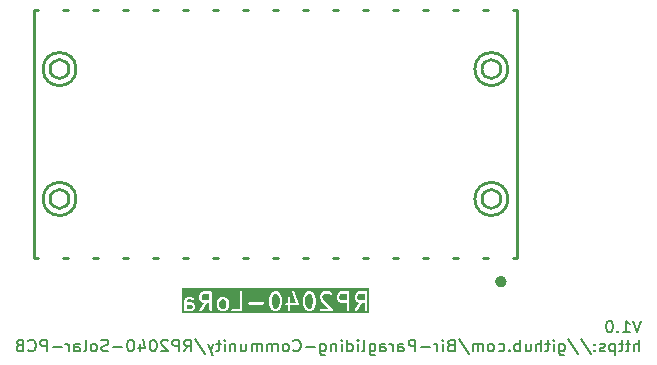
<source format=gbo>
%TF.GenerationSoftware,KiCad,Pcbnew,8.0.4*%
%TF.CreationDate,2024-09-16T22:07:11+05:30*%
%TF.ProjectId,mmeshtastic-pcb,6d6d6573-6874-4617-9374-69632d706362,rev?*%
%TF.SameCoordinates,Original*%
%TF.FileFunction,Legend,Bot*%
%TF.FilePolarity,Positive*%
%FSLAX46Y46*%
G04 Gerber Fmt 4.6, Leading zero omitted, Abs format (unit mm)*
G04 Created by KiCad (PCBNEW 8.0.4) date 2024-09-16 22:07:11*
%MOMM*%
%LPD*%
G01*
G04 APERTURE LIST*
G04 Aperture macros list*
%AMRoundRect*
0 Rectangle with rounded corners*
0 $1 Rounding radius*
0 $2 $3 $4 $5 $6 $7 $8 $9 X,Y pos of 4 corners*
0 Add a 4 corners polygon primitive as box body*
4,1,4,$2,$3,$4,$5,$6,$7,$8,$9,$2,$3,0*
0 Add four circle primitives for the rounded corners*
1,1,$1+$1,$2,$3*
1,1,$1+$1,$4,$5*
1,1,$1+$1,$6,$7*
1,1,$1+$1,$8,$9*
0 Add four rect primitives between the rounded corners*
20,1,$1+$1,$2,$3,$4,$5,0*
20,1,$1+$1,$4,$5,$6,$7,0*
20,1,$1+$1,$6,$7,$8,$9,0*
20,1,$1+$1,$8,$9,$2,$3,0*%
G04 Aperture macros list end*
%ADD10C,0.150000*%
%ADD11C,0.200000*%
%ADD12C,0.250000*%
%ADD13C,0.500000*%
%ADD14C,1.200000*%
%ADD15C,3.000000*%
%ADD16RoundRect,0.312500X-0.937500X0.937500X-0.937500X-0.937500X0.937500X-0.937500X0.937500X0.937500X0*%
%ADD17C,2.200000*%
%ADD18R,1.700000X1.700000*%
%ADD19O,1.700000X1.700000*%
%ADD20O,13.000000X5.000000*%
%ADD21R,1.800000X1.800000*%
%ADD22C,1.800000*%
%ADD23R,1.600000X3.200000*%
G04 APERTURE END LIST*
D10*
X122869077Y-105336875D02*
X122535744Y-106336875D01*
X122535744Y-106336875D02*
X122202411Y-105336875D01*
X121345268Y-106336875D02*
X121916696Y-106336875D01*
X121630982Y-106336875D02*
X121630982Y-105336875D01*
X121630982Y-105336875D02*
X121726220Y-105479732D01*
X121726220Y-105479732D02*
X121821458Y-105574970D01*
X121821458Y-105574970D02*
X121916696Y-105622589D01*
X120916696Y-106241636D02*
X120869077Y-106289256D01*
X120869077Y-106289256D02*
X120916696Y-106336875D01*
X120916696Y-106336875D02*
X120964315Y-106289256D01*
X120964315Y-106289256D02*
X120916696Y-106241636D01*
X120916696Y-106241636D02*
X120916696Y-106336875D01*
X120250030Y-105336875D02*
X120154792Y-105336875D01*
X120154792Y-105336875D02*
X120059554Y-105384494D01*
X120059554Y-105384494D02*
X120011935Y-105432113D01*
X120011935Y-105432113D02*
X119964316Y-105527351D01*
X119964316Y-105527351D02*
X119916697Y-105717827D01*
X119916697Y-105717827D02*
X119916697Y-105955922D01*
X119916697Y-105955922D02*
X119964316Y-106146398D01*
X119964316Y-106146398D02*
X120011935Y-106241636D01*
X120011935Y-106241636D02*
X120059554Y-106289256D01*
X120059554Y-106289256D02*
X120154792Y-106336875D01*
X120154792Y-106336875D02*
X120250030Y-106336875D01*
X120250030Y-106336875D02*
X120345268Y-106289256D01*
X120345268Y-106289256D02*
X120392887Y-106241636D01*
X120392887Y-106241636D02*
X120440506Y-106146398D01*
X120440506Y-106146398D02*
X120488125Y-105955922D01*
X120488125Y-105955922D02*
X120488125Y-105717827D01*
X120488125Y-105717827D02*
X120440506Y-105527351D01*
X120440506Y-105527351D02*
X120392887Y-105432113D01*
X120392887Y-105432113D02*
X120345268Y-105384494D01*
X120345268Y-105384494D02*
X120250030Y-105336875D01*
X122726220Y-107946819D02*
X122726220Y-106946819D01*
X122297649Y-107946819D02*
X122297649Y-107423009D01*
X122297649Y-107423009D02*
X122345268Y-107327771D01*
X122345268Y-107327771D02*
X122440506Y-107280152D01*
X122440506Y-107280152D02*
X122583363Y-107280152D01*
X122583363Y-107280152D02*
X122678601Y-107327771D01*
X122678601Y-107327771D02*
X122726220Y-107375390D01*
X121964315Y-107280152D02*
X121583363Y-107280152D01*
X121821458Y-106946819D02*
X121821458Y-107803961D01*
X121821458Y-107803961D02*
X121773839Y-107899200D01*
X121773839Y-107899200D02*
X121678601Y-107946819D01*
X121678601Y-107946819D02*
X121583363Y-107946819D01*
X121392886Y-107280152D02*
X121011934Y-107280152D01*
X121250029Y-106946819D02*
X121250029Y-107803961D01*
X121250029Y-107803961D02*
X121202410Y-107899200D01*
X121202410Y-107899200D02*
X121107172Y-107946819D01*
X121107172Y-107946819D02*
X121011934Y-107946819D01*
X120678600Y-107280152D02*
X120678600Y-108280152D01*
X120678600Y-107327771D02*
X120583362Y-107280152D01*
X120583362Y-107280152D02*
X120392886Y-107280152D01*
X120392886Y-107280152D02*
X120297648Y-107327771D01*
X120297648Y-107327771D02*
X120250029Y-107375390D01*
X120250029Y-107375390D02*
X120202410Y-107470628D01*
X120202410Y-107470628D02*
X120202410Y-107756342D01*
X120202410Y-107756342D02*
X120250029Y-107851580D01*
X120250029Y-107851580D02*
X120297648Y-107899200D01*
X120297648Y-107899200D02*
X120392886Y-107946819D01*
X120392886Y-107946819D02*
X120583362Y-107946819D01*
X120583362Y-107946819D02*
X120678600Y-107899200D01*
X119821457Y-107899200D02*
X119726219Y-107946819D01*
X119726219Y-107946819D02*
X119535743Y-107946819D01*
X119535743Y-107946819D02*
X119440505Y-107899200D01*
X119440505Y-107899200D02*
X119392886Y-107803961D01*
X119392886Y-107803961D02*
X119392886Y-107756342D01*
X119392886Y-107756342D02*
X119440505Y-107661104D01*
X119440505Y-107661104D02*
X119535743Y-107613485D01*
X119535743Y-107613485D02*
X119678600Y-107613485D01*
X119678600Y-107613485D02*
X119773838Y-107565866D01*
X119773838Y-107565866D02*
X119821457Y-107470628D01*
X119821457Y-107470628D02*
X119821457Y-107423009D01*
X119821457Y-107423009D02*
X119773838Y-107327771D01*
X119773838Y-107327771D02*
X119678600Y-107280152D01*
X119678600Y-107280152D02*
X119535743Y-107280152D01*
X119535743Y-107280152D02*
X119440505Y-107327771D01*
X118964314Y-107851580D02*
X118916695Y-107899200D01*
X118916695Y-107899200D02*
X118964314Y-107946819D01*
X118964314Y-107946819D02*
X119011933Y-107899200D01*
X119011933Y-107899200D02*
X118964314Y-107851580D01*
X118964314Y-107851580D02*
X118964314Y-107946819D01*
X118964314Y-107327771D02*
X118916695Y-107375390D01*
X118916695Y-107375390D02*
X118964314Y-107423009D01*
X118964314Y-107423009D02*
X119011933Y-107375390D01*
X119011933Y-107375390D02*
X118964314Y-107327771D01*
X118964314Y-107327771D02*
X118964314Y-107423009D01*
X117773839Y-106899200D02*
X118630981Y-108184914D01*
X116726220Y-106899200D02*
X117583362Y-108184914D01*
X115964315Y-107280152D02*
X115964315Y-108089676D01*
X115964315Y-108089676D02*
X116011934Y-108184914D01*
X116011934Y-108184914D02*
X116059553Y-108232533D01*
X116059553Y-108232533D02*
X116154791Y-108280152D01*
X116154791Y-108280152D02*
X116297648Y-108280152D01*
X116297648Y-108280152D02*
X116392886Y-108232533D01*
X115964315Y-107899200D02*
X116059553Y-107946819D01*
X116059553Y-107946819D02*
X116250029Y-107946819D01*
X116250029Y-107946819D02*
X116345267Y-107899200D01*
X116345267Y-107899200D02*
X116392886Y-107851580D01*
X116392886Y-107851580D02*
X116440505Y-107756342D01*
X116440505Y-107756342D02*
X116440505Y-107470628D01*
X116440505Y-107470628D02*
X116392886Y-107375390D01*
X116392886Y-107375390D02*
X116345267Y-107327771D01*
X116345267Y-107327771D02*
X116250029Y-107280152D01*
X116250029Y-107280152D02*
X116059553Y-107280152D01*
X116059553Y-107280152D02*
X115964315Y-107327771D01*
X115488124Y-107946819D02*
X115488124Y-107280152D01*
X115488124Y-106946819D02*
X115535743Y-106994438D01*
X115535743Y-106994438D02*
X115488124Y-107042057D01*
X115488124Y-107042057D02*
X115440505Y-106994438D01*
X115440505Y-106994438D02*
X115488124Y-106946819D01*
X115488124Y-106946819D02*
X115488124Y-107042057D01*
X115154791Y-107280152D02*
X114773839Y-107280152D01*
X115011934Y-106946819D02*
X115011934Y-107803961D01*
X115011934Y-107803961D02*
X114964315Y-107899200D01*
X114964315Y-107899200D02*
X114869077Y-107946819D01*
X114869077Y-107946819D02*
X114773839Y-107946819D01*
X114440505Y-107946819D02*
X114440505Y-106946819D01*
X114011934Y-107946819D02*
X114011934Y-107423009D01*
X114011934Y-107423009D02*
X114059553Y-107327771D01*
X114059553Y-107327771D02*
X114154791Y-107280152D01*
X114154791Y-107280152D02*
X114297648Y-107280152D01*
X114297648Y-107280152D02*
X114392886Y-107327771D01*
X114392886Y-107327771D02*
X114440505Y-107375390D01*
X113107172Y-107280152D02*
X113107172Y-107946819D01*
X113535743Y-107280152D02*
X113535743Y-107803961D01*
X113535743Y-107803961D02*
X113488124Y-107899200D01*
X113488124Y-107899200D02*
X113392886Y-107946819D01*
X113392886Y-107946819D02*
X113250029Y-107946819D01*
X113250029Y-107946819D02*
X113154791Y-107899200D01*
X113154791Y-107899200D02*
X113107172Y-107851580D01*
X112630981Y-107946819D02*
X112630981Y-106946819D01*
X112630981Y-107327771D02*
X112535743Y-107280152D01*
X112535743Y-107280152D02*
X112345267Y-107280152D01*
X112345267Y-107280152D02*
X112250029Y-107327771D01*
X112250029Y-107327771D02*
X112202410Y-107375390D01*
X112202410Y-107375390D02*
X112154791Y-107470628D01*
X112154791Y-107470628D02*
X112154791Y-107756342D01*
X112154791Y-107756342D02*
X112202410Y-107851580D01*
X112202410Y-107851580D02*
X112250029Y-107899200D01*
X112250029Y-107899200D02*
X112345267Y-107946819D01*
X112345267Y-107946819D02*
X112535743Y-107946819D01*
X112535743Y-107946819D02*
X112630981Y-107899200D01*
X111726219Y-107851580D02*
X111678600Y-107899200D01*
X111678600Y-107899200D02*
X111726219Y-107946819D01*
X111726219Y-107946819D02*
X111773838Y-107899200D01*
X111773838Y-107899200D02*
X111726219Y-107851580D01*
X111726219Y-107851580D02*
X111726219Y-107946819D01*
X110821458Y-107899200D02*
X110916696Y-107946819D01*
X110916696Y-107946819D02*
X111107172Y-107946819D01*
X111107172Y-107946819D02*
X111202410Y-107899200D01*
X111202410Y-107899200D02*
X111250029Y-107851580D01*
X111250029Y-107851580D02*
X111297648Y-107756342D01*
X111297648Y-107756342D02*
X111297648Y-107470628D01*
X111297648Y-107470628D02*
X111250029Y-107375390D01*
X111250029Y-107375390D02*
X111202410Y-107327771D01*
X111202410Y-107327771D02*
X111107172Y-107280152D01*
X111107172Y-107280152D02*
X110916696Y-107280152D01*
X110916696Y-107280152D02*
X110821458Y-107327771D01*
X110250029Y-107946819D02*
X110345267Y-107899200D01*
X110345267Y-107899200D02*
X110392886Y-107851580D01*
X110392886Y-107851580D02*
X110440505Y-107756342D01*
X110440505Y-107756342D02*
X110440505Y-107470628D01*
X110440505Y-107470628D02*
X110392886Y-107375390D01*
X110392886Y-107375390D02*
X110345267Y-107327771D01*
X110345267Y-107327771D02*
X110250029Y-107280152D01*
X110250029Y-107280152D02*
X110107172Y-107280152D01*
X110107172Y-107280152D02*
X110011934Y-107327771D01*
X110011934Y-107327771D02*
X109964315Y-107375390D01*
X109964315Y-107375390D02*
X109916696Y-107470628D01*
X109916696Y-107470628D02*
X109916696Y-107756342D01*
X109916696Y-107756342D02*
X109964315Y-107851580D01*
X109964315Y-107851580D02*
X110011934Y-107899200D01*
X110011934Y-107899200D02*
X110107172Y-107946819D01*
X110107172Y-107946819D02*
X110250029Y-107946819D01*
X109488124Y-107946819D02*
X109488124Y-107280152D01*
X109488124Y-107375390D02*
X109440505Y-107327771D01*
X109440505Y-107327771D02*
X109345267Y-107280152D01*
X109345267Y-107280152D02*
X109202410Y-107280152D01*
X109202410Y-107280152D02*
X109107172Y-107327771D01*
X109107172Y-107327771D02*
X109059553Y-107423009D01*
X109059553Y-107423009D02*
X109059553Y-107946819D01*
X109059553Y-107423009D02*
X109011934Y-107327771D01*
X109011934Y-107327771D02*
X108916696Y-107280152D01*
X108916696Y-107280152D02*
X108773839Y-107280152D01*
X108773839Y-107280152D02*
X108678600Y-107327771D01*
X108678600Y-107327771D02*
X108630981Y-107423009D01*
X108630981Y-107423009D02*
X108630981Y-107946819D01*
X107440506Y-106899200D02*
X108297648Y-108184914D01*
X106773839Y-107423009D02*
X106630982Y-107470628D01*
X106630982Y-107470628D02*
X106583363Y-107518247D01*
X106583363Y-107518247D02*
X106535744Y-107613485D01*
X106535744Y-107613485D02*
X106535744Y-107756342D01*
X106535744Y-107756342D02*
X106583363Y-107851580D01*
X106583363Y-107851580D02*
X106630982Y-107899200D01*
X106630982Y-107899200D02*
X106726220Y-107946819D01*
X106726220Y-107946819D02*
X107107172Y-107946819D01*
X107107172Y-107946819D02*
X107107172Y-106946819D01*
X107107172Y-106946819D02*
X106773839Y-106946819D01*
X106773839Y-106946819D02*
X106678601Y-106994438D01*
X106678601Y-106994438D02*
X106630982Y-107042057D01*
X106630982Y-107042057D02*
X106583363Y-107137295D01*
X106583363Y-107137295D02*
X106583363Y-107232533D01*
X106583363Y-107232533D02*
X106630982Y-107327771D01*
X106630982Y-107327771D02*
X106678601Y-107375390D01*
X106678601Y-107375390D02*
X106773839Y-107423009D01*
X106773839Y-107423009D02*
X107107172Y-107423009D01*
X106107172Y-107946819D02*
X106107172Y-107280152D01*
X106107172Y-106946819D02*
X106154791Y-106994438D01*
X106154791Y-106994438D02*
X106107172Y-107042057D01*
X106107172Y-107042057D02*
X106059553Y-106994438D01*
X106059553Y-106994438D02*
X106107172Y-106946819D01*
X106107172Y-106946819D02*
X106107172Y-107042057D01*
X105630982Y-107946819D02*
X105630982Y-107280152D01*
X105630982Y-107470628D02*
X105583363Y-107375390D01*
X105583363Y-107375390D02*
X105535744Y-107327771D01*
X105535744Y-107327771D02*
X105440506Y-107280152D01*
X105440506Y-107280152D02*
X105345268Y-107280152D01*
X105011934Y-107565866D02*
X104250030Y-107565866D01*
X103773839Y-107946819D02*
X103773839Y-106946819D01*
X103773839Y-106946819D02*
X103392887Y-106946819D01*
X103392887Y-106946819D02*
X103297649Y-106994438D01*
X103297649Y-106994438D02*
X103250030Y-107042057D01*
X103250030Y-107042057D02*
X103202411Y-107137295D01*
X103202411Y-107137295D02*
X103202411Y-107280152D01*
X103202411Y-107280152D02*
X103250030Y-107375390D01*
X103250030Y-107375390D02*
X103297649Y-107423009D01*
X103297649Y-107423009D02*
X103392887Y-107470628D01*
X103392887Y-107470628D02*
X103773839Y-107470628D01*
X102345268Y-107946819D02*
X102345268Y-107423009D01*
X102345268Y-107423009D02*
X102392887Y-107327771D01*
X102392887Y-107327771D02*
X102488125Y-107280152D01*
X102488125Y-107280152D02*
X102678601Y-107280152D01*
X102678601Y-107280152D02*
X102773839Y-107327771D01*
X102345268Y-107899200D02*
X102440506Y-107946819D01*
X102440506Y-107946819D02*
X102678601Y-107946819D01*
X102678601Y-107946819D02*
X102773839Y-107899200D01*
X102773839Y-107899200D02*
X102821458Y-107803961D01*
X102821458Y-107803961D02*
X102821458Y-107708723D01*
X102821458Y-107708723D02*
X102773839Y-107613485D01*
X102773839Y-107613485D02*
X102678601Y-107565866D01*
X102678601Y-107565866D02*
X102440506Y-107565866D01*
X102440506Y-107565866D02*
X102345268Y-107518247D01*
X101869077Y-107946819D02*
X101869077Y-107280152D01*
X101869077Y-107470628D02*
X101821458Y-107375390D01*
X101821458Y-107375390D02*
X101773839Y-107327771D01*
X101773839Y-107327771D02*
X101678601Y-107280152D01*
X101678601Y-107280152D02*
X101583363Y-107280152D01*
X100821458Y-107946819D02*
X100821458Y-107423009D01*
X100821458Y-107423009D02*
X100869077Y-107327771D01*
X100869077Y-107327771D02*
X100964315Y-107280152D01*
X100964315Y-107280152D02*
X101154791Y-107280152D01*
X101154791Y-107280152D02*
X101250029Y-107327771D01*
X100821458Y-107899200D02*
X100916696Y-107946819D01*
X100916696Y-107946819D02*
X101154791Y-107946819D01*
X101154791Y-107946819D02*
X101250029Y-107899200D01*
X101250029Y-107899200D02*
X101297648Y-107803961D01*
X101297648Y-107803961D02*
X101297648Y-107708723D01*
X101297648Y-107708723D02*
X101250029Y-107613485D01*
X101250029Y-107613485D02*
X101154791Y-107565866D01*
X101154791Y-107565866D02*
X100916696Y-107565866D01*
X100916696Y-107565866D02*
X100821458Y-107518247D01*
X99916696Y-107280152D02*
X99916696Y-108089676D01*
X99916696Y-108089676D02*
X99964315Y-108184914D01*
X99964315Y-108184914D02*
X100011934Y-108232533D01*
X100011934Y-108232533D02*
X100107172Y-108280152D01*
X100107172Y-108280152D02*
X100250029Y-108280152D01*
X100250029Y-108280152D02*
X100345267Y-108232533D01*
X99916696Y-107899200D02*
X100011934Y-107946819D01*
X100011934Y-107946819D02*
X100202410Y-107946819D01*
X100202410Y-107946819D02*
X100297648Y-107899200D01*
X100297648Y-107899200D02*
X100345267Y-107851580D01*
X100345267Y-107851580D02*
X100392886Y-107756342D01*
X100392886Y-107756342D02*
X100392886Y-107470628D01*
X100392886Y-107470628D02*
X100345267Y-107375390D01*
X100345267Y-107375390D02*
X100297648Y-107327771D01*
X100297648Y-107327771D02*
X100202410Y-107280152D01*
X100202410Y-107280152D02*
X100011934Y-107280152D01*
X100011934Y-107280152D02*
X99916696Y-107327771D01*
X99297648Y-107946819D02*
X99392886Y-107899200D01*
X99392886Y-107899200D02*
X99440505Y-107803961D01*
X99440505Y-107803961D02*
X99440505Y-106946819D01*
X98916695Y-107946819D02*
X98916695Y-107280152D01*
X98916695Y-106946819D02*
X98964314Y-106994438D01*
X98964314Y-106994438D02*
X98916695Y-107042057D01*
X98916695Y-107042057D02*
X98869076Y-106994438D01*
X98869076Y-106994438D02*
X98916695Y-106946819D01*
X98916695Y-106946819D02*
X98916695Y-107042057D01*
X98011934Y-107946819D02*
X98011934Y-106946819D01*
X98011934Y-107899200D02*
X98107172Y-107946819D01*
X98107172Y-107946819D02*
X98297648Y-107946819D01*
X98297648Y-107946819D02*
X98392886Y-107899200D01*
X98392886Y-107899200D02*
X98440505Y-107851580D01*
X98440505Y-107851580D02*
X98488124Y-107756342D01*
X98488124Y-107756342D02*
X98488124Y-107470628D01*
X98488124Y-107470628D02*
X98440505Y-107375390D01*
X98440505Y-107375390D02*
X98392886Y-107327771D01*
X98392886Y-107327771D02*
X98297648Y-107280152D01*
X98297648Y-107280152D02*
X98107172Y-107280152D01*
X98107172Y-107280152D02*
X98011934Y-107327771D01*
X97535743Y-107946819D02*
X97535743Y-107280152D01*
X97535743Y-106946819D02*
X97583362Y-106994438D01*
X97583362Y-106994438D02*
X97535743Y-107042057D01*
X97535743Y-107042057D02*
X97488124Y-106994438D01*
X97488124Y-106994438D02*
X97535743Y-106946819D01*
X97535743Y-106946819D02*
X97535743Y-107042057D01*
X97059553Y-107280152D02*
X97059553Y-107946819D01*
X97059553Y-107375390D02*
X97011934Y-107327771D01*
X97011934Y-107327771D02*
X96916696Y-107280152D01*
X96916696Y-107280152D02*
X96773839Y-107280152D01*
X96773839Y-107280152D02*
X96678601Y-107327771D01*
X96678601Y-107327771D02*
X96630982Y-107423009D01*
X96630982Y-107423009D02*
X96630982Y-107946819D01*
X95726220Y-107280152D02*
X95726220Y-108089676D01*
X95726220Y-108089676D02*
X95773839Y-108184914D01*
X95773839Y-108184914D02*
X95821458Y-108232533D01*
X95821458Y-108232533D02*
X95916696Y-108280152D01*
X95916696Y-108280152D02*
X96059553Y-108280152D01*
X96059553Y-108280152D02*
X96154791Y-108232533D01*
X95726220Y-107899200D02*
X95821458Y-107946819D01*
X95821458Y-107946819D02*
X96011934Y-107946819D01*
X96011934Y-107946819D02*
X96107172Y-107899200D01*
X96107172Y-107899200D02*
X96154791Y-107851580D01*
X96154791Y-107851580D02*
X96202410Y-107756342D01*
X96202410Y-107756342D02*
X96202410Y-107470628D01*
X96202410Y-107470628D02*
X96154791Y-107375390D01*
X96154791Y-107375390D02*
X96107172Y-107327771D01*
X96107172Y-107327771D02*
X96011934Y-107280152D01*
X96011934Y-107280152D02*
X95821458Y-107280152D01*
X95821458Y-107280152D02*
X95726220Y-107327771D01*
X95250029Y-107565866D02*
X94488125Y-107565866D01*
X93440506Y-107851580D02*
X93488125Y-107899200D01*
X93488125Y-107899200D02*
X93630982Y-107946819D01*
X93630982Y-107946819D02*
X93726220Y-107946819D01*
X93726220Y-107946819D02*
X93869077Y-107899200D01*
X93869077Y-107899200D02*
X93964315Y-107803961D01*
X93964315Y-107803961D02*
X94011934Y-107708723D01*
X94011934Y-107708723D02*
X94059553Y-107518247D01*
X94059553Y-107518247D02*
X94059553Y-107375390D01*
X94059553Y-107375390D02*
X94011934Y-107184914D01*
X94011934Y-107184914D02*
X93964315Y-107089676D01*
X93964315Y-107089676D02*
X93869077Y-106994438D01*
X93869077Y-106994438D02*
X93726220Y-106946819D01*
X93726220Y-106946819D02*
X93630982Y-106946819D01*
X93630982Y-106946819D02*
X93488125Y-106994438D01*
X93488125Y-106994438D02*
X93440506Y-107042057D01*
X92869077Y-107946819D02*
X92964315Y-107899200D01*
X92964315Y-107899200D02*
X93011934Y-107851580D01*
X93011934Y-107851580D02*
X93059553Y-107756342D01*
X93059553Y-107756342D02*
X93059553Y-107470628D01*
X93059553Y-107470628D02*
X93011934Y-107375390D01*
X93011934Y-107375390D02*
X92964315Y-107327771D01*
X92964315Y-107327771D02*
X92869077Y-107280152D01*
X92869077Y-107280152D02*
X92726220Y-107280152D01*
X92726220Y-107280152D02*
X92630982Y-107327771D01*
X92630982Y-107327771D02*
X92583363Y-107375390D01*
X92583363Y-107375390D02*
X92535744Y-107470628D01*
X92535744Y-107470628D02*
X92535744Y-107756342D01*
X92535744Y-107756342D02*
X92583363Y-107851580D01*
X92583363Y-107851580D02*
X92630982Y-107899200D01*
X92630982Y-107899200D02*
X92726220Y-107946819D01*
X92726220Y-107946819D02*
X92869077Y-107946819D01*
X92107172Y-107946819D02*
X92107172Y-107280152D01*
X92107172Y-107375390D02*
X92059553Y-107327771D01*
X92059553Y-107327771D02*
X91964315Y-107280152D01*
X91964315Y-107280152D02*
X91821458Y-107280152D01*
X91821458Y-107280152D02*
X91726220Y-107327771D01*
X91726220Y-107327771D02*
X91678601Y-107423009D01*
X91678601Y-107423009D02*
X91678601Y-107946819D01*
X91678601Y-107423009D02*
X91630982Y-107327771D01*
X91630982Y-107327771D02*
X91535744Y-107280152D01*
X91535744Y-107280152D02*
X91392887Y-107280152D01*
X91392887Y-107280152D02*
X91297648Y-107327771D01*
X91297648Y-107327771D02*
X91250029Y-107423009D01*
X91250029Y-107423009D02*
X91250029Y-107946819D01*
X90773839Y-107946819D02*
X90773839Y-107280152D01*
X90773839Y-107375390D02*
X90726220Y-107327771D01*
X90726220Y-107327771D02*
X90630982Y-107280152D01*
X90630982Y-107280152D02*
X90488125Y-107280152D01*
X90488125Y-107280152D02*
X90392887Y-107327771D01*
X90392887Y-107327771D02*
X90345268Y-107423009D01*
X90345268Y-107423009D02*
X90345268Y-107946819D01*
X90345268Y-107423009D02*
X90297649Y-107327771D01*
X90297649Y-107327771D02*
X90202411Y-107280152D01*
X90202411Y-107280152D02*
X90059554Y-107280152D01*
X90059554Y-107280152D02*
X89964315Y-107327771D01*
X89964315Y-107327771D02*
X89916696Y-107423009D01*
X89916696Y-107423009D02*
X89916696Y-107946819D01*
X89011935Y-107280152D02*
X89011935Y-107946819D01*
X89440506Y-107280152D02*
X89440506Y-107803961D01*
X89440506Y-107803961D02*
X89392887Y-107899200D01*
X89392887Y-107899200D02*
X89297649Y-107946819D01*
X89297649Y-107946819D02*
X89154792Y-107946819D01*
X89154792Y-107946819D02*
X89059554Y-107899200D01*
X89059554Y-107899200D02*
X89011935Y-107851580D01*
X88535744Y-107280152D02*
X88535744Y-107946819D01*
X88535744Y-107375390D02*
X88488125Y-107327771D01*
X88488125Y-107327771D02*
X88392887Y-107280152D01*
X88392887Y-107280152D02*
X88250030Y-107280152D01*
X88250030Y-107280152D02*
X88154792Y-107327771D01*
X88154792Y-107327771D02*
X88107173Y-107423009D01*
X88107173Y-107423009D02*
X88107173Y-107946819D01*
X87630982Y-107946819D02*
X87630982Y-107280152D01*
X87630982Y-106946819D02*
X87678601Y-106994438D01*
X87678601Y-106994438D02*
X87630982Y-107042057D01*
X87630982Y-107042057D02*
X87583363Y-106994438D01*
X87583363Y-106994438D02*
X87630982Y-106946819D01*
X87630982Y-106946819D02*
X87630982Y-107042057D01*
X87297649Y-107280152D02*
X86916697Y-107280152D01*
X87154792Y-106946819D02*
X87154792Y-107803961D01*
X87154792Y-107803961D02*
X87107173Y-107899200D01*
X87107173Y-107899200D02*
X87011935Y-107946819D01*
X87011935Y-107946819D02*
X86916697Y-107946819D01*
X86678601Y-107280152D02*
X86440506Y-107946819D01*
X86202411Y-107280152D02*
X86440506Y-107946819D01*
X86440506Y-107946819D02*
X86535744Y-108184914D01*
X86535744Y-108184914D02*
X86583363Y-108232533D01*
X86583363Y-108232533D02*
X86678601Y-108280152D01*
X85107173Y-106899200D02*
X85964315Y-108184914D01*
X84202411Y-107946819D02*
X84535744Y-107470628D01*
X84773839Y-107946819D02*
X84773839Y-106946819D01*
X84773839Y-106946819D02*
X84392887Y-106946819D01*
X84392887Y-106946819D02*
X84297649Y-106994438D01*
X84297649Y-106994438D02*
X84250030Y-107042057D01*
X84250030Y-107042057D02*
X84202411Y-107137295D01*
X84202411Y-107137295D02*
X84202411Y-107280152D01*
X84202411Y-107280152D02*
X84250030Y-107375390D01*
X84250030Y-107375390D02*
X84297649Y-107423009D01*
X84297649Y-107423009D02*
X84392887Y-107470628D01*
X84392887Y-107470628D02*
X84773839Y-107470628D01*
X83773839Y-107946819D02*
X83773839Y-106946819D01*
X83773839Y-106946819D02*
X83392887Y-106946819D01*
X83392887Y-106946819D02*
X83297649Y-106994438D01*
X83297649Y-106994438D02*
X83250030Y-107042057D01*
X83250030Y-107042057D02*
X83202411Y-107137295D01*
X83202411Y-107137295D02*
X83202411Y-107280152D01*
X83202411Y-107280152D02*
X83250030Y-107375390D01*
X83250030Y-107375390D02*
X83297649Y-107423009D01*
X83297649Y-107423009D02*
X83392887Y-107470628D01*
X83392887Y-107470628D02*
X83773839Y-107470628D01*
X82821458Y-107042057D02*
X82773839Y-106994438D01*
X82773839Y-106994438D02*
X82678601Y-106946819D01*
X82678601Y-106946819D02*
X82440506Y-106946819D01*
X82440506Y-106946819D02*
X82345268Y-106994438D01*
X82345268Y-106994438D02*
X82297649Y-107042057D01*
X82297649Y-107042057D02*
X82250030Y-107137295D01*
X82250030Y-107137295D02*
X82250030Y-107232533D01*
X82250030Y-107232533D02*
X82297649Y-107375390D01*
X82297649Y-107375390D02*
X82869077Y-107946819D01*
X82869077Y-107946819D02*
X82250030Y-107946819D01*
X81630982Y-106946819D02*
X81535744Y-106946819D01*
X81535744Y-106946819D02*
X81440506Y-106994438D01*
X81440506Y-106994438D02*
X81392887Y-107042057D01*
X81392887Y-107042057D02*
X81345268Y-107137295D01*
X81345268Y-107137295D02*
X81297649Y-107327771D01*
X81297649Y-107327771D02*
X81297649Y-107565866D01*
X81297649Y-107565866D02*
X81345268Y-107756342D01*
X81345268Y-107756342D02*
X81392887Y-107851580D01*
X81392887Y-107851580D02*
X81440506Y-107899200D01*
X81440506Y-107899200D02*
X81535744Y-107946819D01*
X81535744Y-107946819D02*
X81630982Y-107946819D01*
X81630982Y-107946819D02*
X81726220Y-107899200D01*
X81726220Y-107899200D02*
X81773839Y-107851580D01*
X81773839Y-107851580D02*
X81821458Y-107756342D01*
X81821458Y-107756342D02*
X81869077Y-107565866D01*
X81869077Y-107565866D02*
X81869077Y-107327771D01*
X81869077Y-107327771D02*
X81821458Y-107137295D01*
X81821458Y-107137295D02*
X81773839Y-107042057D01*
X81773839Y-107042057D02*
X81726220Y-106994438D01*
X81726220Y-106994438D02*
X81630982Y-106946819D01*
X80440506Y-107280152D02*
X80440506Y-107946819D01*
X80678601Y-106899200D02*
X80916696Y-107613485D01*
X80916696Y-107613485D02*
X80297649Y-107613485D01*
X79726220Y-106946819D02*
X79630982Y-106946819D01*
X79630982Y-106946819D02*
X79535744Y-106994438D01*
X79535744Y-106994438D02*
X79488125Y-107042057D01*
X79488125Y-107042057D02*
X79440506Y-107137295D01*
X79440506Y-107137295D02*
X79392887Y-107327771D01*
X79392887Y-107327771D02*
X79392887Y-107565866D01*
X79392887Y-107565866D02*
X79440506Y-107756342D01*
X79440506Y-107756342D02*
X79488125Y-107851580D01*
X79488125Y-107851580D02*
X79535744Y-107899200D01*
X79535744Y-107899200D02*
X79630982Y-107946819D01*
X79630982Y-107946819D02*
X79726220Y-107946819D01*
X79726220Y-107946819D02*
X79821458Y-107899200D01*
X79821458Y-107899200D02*
X79869077Y-107851580D01*
X79869077Y-107851580D02*
X79916696Y-107756342D01*
X79916696Y-107756342D02*
X79964315Y-107565866D01*
X79964315Y-107565866D02*
X79964315Y-107327771D01*
X79964315Y-107327771D02*
X79916696Y-107137295D01*
X79916696Y-107137295D02*
X79869077Y-107042057D01*
X79869077Y-107042057D02*
X79821458Y-106994438D01*
X79821458Y-106994438D02*
X79726220Y-106946819D01*
X78964315Y-107565866D02*
X78202411Y-107565866D01*
X77773839Y-107899200D02*
X77630982Y-107946819D01*
X77630982Y-107946819D02*
X77392887Y-107946819D01*
X77392887Y-107946819D02*
X77297649Y-107899200D01*
X77297649Y-107899200D02*
X77250030Y-107851580D01*
X77250030Y-107851580D02*
X77202411Y-107756342D01*
X77202411Y-107756342D02*
X77202411Y-107661104D01*
X77202411Y-107661104D02*
X77250030Y-107565866D01*
X77250030Y-107565866D02*
X77297649Y-107518247D01*
X77297649Y-107518247D02*
X77392887Y-107470628D01*
X77392887Y-107470628D02*
X77583363Y-107423009D01*
X77583363Y-107423009D02*
X77678601Y-107375390D01*
X77678601Y-107375390D02*
X77726220Y-107327771D01*
X77726220Y-107327771D02*
X77773839Y-107232533D01*
X77773839Y-107232533D02*
X77773839Y-107137295D01*
X77773839Y-107137295D02*
X77726220Y-107042057D01*
X77726220Y-107042057D02*
X77678601Y-106994438D01*
X77678601Y-106994438D02*
X77583363Y-106946819D01*
X77583363Y-106946819D02*
X77345268Y-106946819D01*
X77345268Y-106946819D02*
X77202411Y-106994438D01*
X76630982Y-107946819D02*
X76726220Y-107899200D01*
X76726220Y-107899200D02*
X76773839Y-107851580D01*
X76773839Y-107851580D02*
X76821458Y-107756342D01*
X76821458Y-107756342D02*
X76821458Y-107470628D01*
X76821458Y-107470628D02*
X76773839Y-107375390D01*
X76773839Y-107375390D02*
X76726220Y-107327771D01*
X76726220Y-107327771D02*
X76630982Y-107280152D01*
X76630982Y-107280152D02*
X76488125Y-107280152D01*
X76488125Y-107280152D02*
X76392887Y-107327771D01*
X76392887Y-107327771D02*
X76345268Y-107375390D01*
X76345268Y-107375390D02*
X76297649Y-107470628D01*
X76297649Y-107470628D02*
X76297649Y-107756342D01*
X76297649Y-107756342D02*
X76345268Y-107851580D01*
X76345268Y-107851580D02*
X76392887Y-107899200D01*
X76392887Y-107899200D02*
X76488125Y-107946819D01*
X76488125Y-107946819D02*
X76630982Y-107946819D01*
X75726220Y-107946819D02*
X75821458Y-107899200D01*
X75821458Y-107899200D02*
X75869077Y-107803961D01*
X75869077Y-107803961D02*
X75869077Y-106946819D01*
X74916696Y-107946819D02*
X74916696Y-107423009D01*
X74916696Y-107423009D02*
X74964315Y-107327771D01*
X74964315Y-107327771D02*
X75059553Y-107280152D01*
X75059553Y-107280152D02*
X75250029Y-107280152D01*
X75250029Y-107280152D02*
X75345267Y-107327771D01*
X74916696Y-107899200D02*
X75011934Y-107946819D01*
X75011934Y-107946819D02*
X75250029Y-107946819D01*
X75250029Y-107946819D02*
X75345267Y-107899200D01*
X75345267Y-107899200D02*
X75392886Y-107803961D01*
X75392886Y-107803961D02*
X75392886Y-107708723D01*
X75392886Y-107708723D02*
X75345267Y-107613485D01*
X75345267Y-107613485D02*
X75250029Y-107565866D01*
X75250029Y-107565866D02*
X75011934Y-107565866D01*
X75011934Y-107565866D02*
X74916696Y-107518247D01*
X74440505Y-107946819D02*
X74440505Y-107280152D01*
X74440505Y-107470628D02*
X74392886Y-107375390D01*
X74392886Y-107375390D02*
X74345267Y-107327771D01*
X74345267Y-107327771D02*
X74250029Y-107280152D01*
X74250029Y-107280152D02*
X74154791Y-107280152D01*
X73821457Y-107565866D02*
X73059553Y-107565866D01*
X72583362Y-107946819D02*
X72583362Y-106946819D01*
X72583362Y-106946819D02*
X72202410Y-106946819D01*
X72202410Y-106946819D02*
X72107172Y-106994438D01*
X72107172Y-106994438D02*
X72059553Y-107042057D01*
X72059553Y-107042057D02*
X72011934Y-107137295D01*
X72011934Y-107137295D02*
X72011934Y-107280152D01*
X72011934Y-107280152D02*
X72059553Y-107375390D01*
X72059553Y-107375390D02*
X72107172Y-107423009D01*
X72107172Y-107423009D02*
X72202410Y-107470628D01*
X72202410Y-107470628D02*
X72583362Y-107470628D01*
X71011934Y-107851580D02*
X71059553Y-107899200D01*
X71059553Y-107899200D02*
X71202410Y-107946819D01*
X71202410Y-107946819D02*
X71297648Y-107946819D01*
X71297648Y-107946819D02*
X71440505Y-107899200D01*
X71440505Y-107899200D02*
X71535743Y-107803961D01*
X71535743Y-107803961D02*
X71583362Y-107708723D01*
X71583362Y-107708723D02*
X71630981Y-107518247D01*
X71630981Y-107518247D02*
X71630981Y-107375390D01*
X71630981Y-107375390D02*
X71583362Y-107184914D01*
X71583362Y-107184914D02*
X71535743Y-107089676D01*
X71535743Y-107089676D02*
X71440505Y-106994438D01*
X71440505Y-106994438D02*
X71297648Y-106946819D01*
X71297648Y-106946819D02*
X71202410Y-106946819D01*
X71202410Y-106946819D02*
X71059553Y-106994438D01*
X71059553Y-106994438D02*
X71011934Y-107042057D01*
X70250029Y-107423009D02*
X70107172Y-107470628D01*
X70107172Y-107470628D02*
X70059553Y-107518247D01*
X70059553Y-107518247D02*
X70011934Y-107613485D01*
X70011934Y-107613485D02*
X70011934Y-107756342D01*
X70011934Y-107756342D02*
X70059553Y-107851580D01*
X70059553Y-107851580D02*
X70107172Y-107899200D01*
X70107172Y-107899200D02*
X70202410Y-107946819D01*
X70202410Y-107946819D02*
X70583362Y-107946819D01*
X70583362Y-107946819D02*
X70583362Y-106946819D01*
X70583362Y-106946819D02*
X70250029Y-106946819D01*
X70250029Y-106946819D02*
X70154791Y-106994438D01*
X70154791Y-106994438D02*
X70107172Y-107042057D01*
X70107172Y-107042057D02*
X70059553Y-107137295D01*
X70059553Y-107137295D02*
X70059553Y-107232533D01*
X70059553Y-107232533D02*
X70107172Y-107327771D01*
X70107172Y-107327771D02*
X70154791Y-107375390D01*
X70154791Y-107375390D02*
X70250029Y-107423009D01*
X70250029Y-107423009D02*
X70583362Y-107423009D01*
D11*
G36*
X84421587Y-103967549D02*
G01*
X84425170Y-103967803D01*
X84428491Y-103969179D01*
X84448000Y-103971100D01*
X84781536Y-103971100D01*
X84873464Y-104017063D01*
X84919428Y-104108991D01*
X84919428Y-104204635D01*
X84873464Y-104296564D01*
X84781536Y-104342528D01*
X84471607Y-104342528D01*
X84405143Y-104309296D01*
X84405143Y-103961256D01*
X84421587Y-103967549D01*
G37*
G36*
X87674480Y-103596144D02*
G01*
X87722957Y-103644620D01*
X87776571Y-103751848D01*
X87776571Y-104133207D01*
X87722957Y-104240434D01*
X87674477Y-104288914D01*
X87567250Y-104342528D01*
X87400178Y-104342528D01*
X87292949Y-104288914D01*
X87244473Y-104240437D01*
X87190857Y-104133205D01*
X87190857Y-103751850D01*
X87244472Y-103644620D01*
X87292948Y-103596143D01*
X87400178Y-103542528D01*
X87567249Y-103542528D01*
X87674480Y-103596144D01*
G37*
G36*
X92103049Y-103096142D02*
G01*
X92151527Y-103144619D01*
X92210792Y-103263147D01*
X92276571Y-103526265D01*
X92276571Y-103858791D01*
X92210792Y-104121908D01*
X92151527Y-104240437D01*
X92103050Y-104288913D01*
X91995821Y-104342528D01*
X91900178Y-104342528D01*
X91792949Y-104288914D01*
X91744473Y-104240437D01*
X91685207Y-104121907D01*
X91619428Y-103858789D01*
X91619428Y-103526267D01*
X91685207Y-103263148D01*
X91744472Y-103144620D01*
X91792948Y-103096143D01*
X91900178Y-103042528D01*
X91995821Y-103042528D01*
X92103049Y-103096142D01*
G37*
G36*
X94960191Y-103096142D02*
G01*
X95008669Y-103144619D01*
X95067934Y-103263147D01*
X95133713Y-103526265D01*
X95133713Y-103858791D01*
X95067934Y-104121908D01*
X95008669Y-104240437D01*
X94960192Y-104288913D01*
X94852963Y-104342528D01*
X94757320Y-104342528D01*
X94650091Y-104288914D01*
X94601615Y-104240437D01*
X94542349Y-104121907D01*
X94476570Y-103858789D01*
X94476570Y-103526267D01*
X94542349Y-103263148D01*
X94601614Y-103144620D01*
X94650090Y-103096143D01*
X94757320Y-103042528D01*
X94852963Y-103042528D01*
X94960191Y-103096142D01*
G37*
G36*
X86348000Y-103628242D02*
G01*
X85900178Y-103628242D01*
X85792950Y-103574628D01*
X85744470Y-103526148D01*
X85690857Y-103418921D01*
X85690857Y-103251848D01*
X85744470Y-103144620D01*
X85792947Y-103096143D01*
X85900178Y-103042528D01*
X86348000Y-103042528D01*
X86348000Y-103628242D01*
G37*
G36*
X99490856Y-103628242D02*
G01*
X99043034Y-103628242D01*
X98935806Y-103574628D01*
X98887326Y-103526148D01*
X98833713Y-103418921D01*
X98833713Y-103251848D01*
X98887326Y-103144620D01*
X98935803Y-103096143D01*
X99043034Y-103042528D01*
X99490856Y-103042528D01*
X99490856Y-103628242D01*
G37*
G36*
X97990856Y-103628242D02*
G01*
X97543034Y-103628242D01*
X97435806Y-103574628D01*
X97387326Y-103526148D01*
X97333713Y-103418921D01*
X97333713Y-103251848D01*
X97387326Y-103144620D01*
X97435803Y-103096143D01*
X97543034Y-103042528D01*
X97990856Y-103042528D01*
X97990856Y-103628242D01*
G37*
G36*
X99857523Y-104709195D02*
G01*
X84038476Y-104709195D01*
X84038476Y-103656814D01*
X84205143Y-103656814D01*
X84205143Y-104442528D01*
X84207064Y-104462037D01*
X84221996Y-104498085D01*
X84249586Y-104525675D01*
X84285634Y-104540607D01*
X84324652Y-104540607D01*
X84360700Y-104525675D01*
X84370695Y-104515679D01*
X84403279Y-104531971D01*
X84421588Y-104538977D01*
X84425170Y-104539231D01*
X84428491Y-104540607D01*
X84448000Y-104542528D01*
X84805143Y-104542528D01*
X84824652Y-104540607D01*
X84827972Y-104539231D01*
X84831556Y-104538977D01*
X84849864Y-104531971D01*
X84992721Y-104460543D01*
X84995983Y-104458489D01*
X84997524Y-104457976D01*
X84999441Y-104456312D01*
X85009312Y-104450100D01*
X85017528Y-104440625D01*
X85027000Y-104432411D01*
X85033213Y-104422539D01*
X85034876Y-104420623D01*
X85035389Y-104419084D01*
X85037443Y-104415821D01*
X85108871Y-104272963D01*
X85115878Y-104254654D01*
X85116132Y-104251068D01*
X85117507Y-104247751D01*
X85119428Y-104228242D01*
X85119428Y-104085385D01*
X85117507Y-104065876D01*
X85116131Y-104062555D01*
X85115877Y-104058973D01*
X85108871Y-104040664D01*
X85037443Y-103897807D01*
X85035389Y-103894543D01*
X85034876Y-103893005D01*
X85033213Y-103891088D01*
X85027000Y-103881217D01*
X85017529Y-103873003D01*
X85009312Y-103863528D01*
X84999438Y-103857313D01*
X84997523Y-103855652D01*
X84995984Y-103855139D01*
X84992721Y-103853085D01*
X84849864Y-103781657D01*
X84831556Y-103774651D01*
X84827972Y-103774396D01*
X84824652Y-103773021D01*
X84805143Y-103771100D01*
X84471607Y-103771100D01*
X84405143Y-103737867D01*
X84405143Y-103680420D01*
X84451106Y-103588492D01*
X84543035Y-103542528D01*
X84781535Y-103542528D01*
X84903278Y-103603400D01*
X84921587Y-103610406D01*
X84960507Y-103613172D01*
X84997523Y-103600833D01*
X85026999Y-103575269D01*
X85044449Y-103540370D01*
X85047215Y-103501450D01*
X85034876Y-103464434D01*
X85009312Y-103434957D01*
X84992721Y-103424514D01*
X84849865Y-103353085D01*
X84831556Y-103346079D01*
X84827972Y-103345824D01*
X84824652Y-103344449D01*
X84805143Y-103342528D01*
X84519428Y-103342528D01*
X84499919Y-103344449D01*
X84496598Y-103345824D01*
X84493015Y-103346079D01*
X84474706Y-103353085D01*
X84331849Y-103424514D01*
X84328584Y-103426568D01*
X84327048Y-103427081D01*
X84325133Y-103428740D01*
X84315259Y-103434957D01*
X84307043Y-103444429D01*
X84297571Y-103452645D01*
X84291356Y-103462518D01*
X84289695Y-103464434D01*
X84289182Y-103465972D01*
X84287128Y-103469236D01*
X84215700Y-103612093D01*
X84208694Y-103630401D01*
X84208439Y-103633984D01*
X84207064Y-103637305D01*
X84205143Y-103656814D01*
X84038476Y-103656814D01*
X84038476Y-103228242D01*
X85490857Y-103228242D01*
X85490857Y-103442528D01*
X85492778Y-103462037D01*
X85494153Y-103465357D01*
X85494408Y-103468941D01*
X85501414Y-103487249D01*
X85572842Y-103630106D01*
X85578128Y-103638504D01*
X85579138Y-103640942D01*
X85581389Y-103643685D01*
X85583285Y-103646697D01*
X85585282Y-103648429D01*
X85591574Y-103656096D01*
X85663003Y-103727525D01*
X85670673Y-103733819D01*
X85672403Y-103735814D01*
X85675410Y-103737707D01*
X85678157Y-103739961D01*
X85680596Y-103740971D01*
X85688993Y-103746257D01*
X85831850Y-103817685D01*
X85850159Y-103824691D01*
X85853741Y-103824945D01*
X85857062Y-103826321D01*
X85876571Y-103828242D01*
X85898792Y-103828242D01*
X85508934Y-104385182D01*
X85499320Y-104402266D01*
X85490880Y-104440360D01*
X85497661Y-104478785D01*
X85518630Y-104511690D01*
X85550595Y-104534065D01*
X85588689Y-104542505D01*
X85627114Y-104535724D01*
X85660019Y-104514755D01*
X85672780Y-104499874D01*
X86142922Y-103828242D01*
X86348000Y-103828242D01*
X86348000Y-104442528D01*
X86349921Y-104462037D01*
X86364853Y-104498085D01*
X86392443Y-104525675D01*
X86428491Y-104540607D01*
X86467509Y-104540607D01*
X86503557Y-104525675D01*
X86531147Y-104498085D01*
X86546079Y-104462037D01*
X86548000Y-104442528D01*
X86548000Y-103728242D01*
X86990857Y-103728242D01*
X86990857Y-104156814D01*
X86992778Y-104176323D01*
X86994153Y-104179643D01*
X86994408Y-104183227D01*
X87001414Y-104201536D01*
X87072843Y-104344392D01*
X87078126Y-104352786D01*
X87079138Y-104355228D01*
X87081392Y-104357975D01*
X87083286Y-104360983D01*
X87085282Y-104362714D01*
X87091575Y-104370381D01*
X87163003Y-104441810D01*
X87170672Y-104448105D01*
X87172403Y-104450100D01*
X87175408Y-104451991D01*
X87178156Y-104454247D01*
X87180597Y-104455258D01*
X87188993Y-104460543D01*
X87331850Y-104531971D01*
X87350159Y-104538977D01*
X87353741Y-104539231D01*
X87357062Y-104540607D01*
X87376571Y-104542528D01*
X87590857Y-104542528D01*
X87610366Y-104540607D01*
X87613686Y-104539231D01*
X87617270Y-104538977D01*
X87635578Y-104531971D01*
X87778435Y-104460543D01*
X87786833Y-104455256D01*
X87789271Y-104454247D01*
X87792014Y-104451995D01*
X87795026Y-104450100D01*
X87796758Y-104448102D01*
X87804425Y-104441811D01*
X87823217Y-104423019D01*
X88207064Y-104423019D01*
X88207064Y-104462037D01*
X88221996Y-104498085D01*
X88249586Y-104525675D01*
X88285634Y-104540607D01*
X88305143Y-104542528D01*
X89019429Y-104542528D01*
X89038938Y-104540607D01*
X89074986Y-104525675D01*
X89102576Y-104498085D01*
X89117508Y-104462037D01*
X89119429Y-104442528D01*
X89119429Y-103851591D01*
X89635636Y-103851591D01*
X89635636Y-103890609D01*
X89650568Y-103926657D01*
X89678158Y-103954247D01*
X89714206Y-103969179D01*
X89733715Y-103971100D01*
X90876572Y-103971100D01*
X90896081Y-103969179D01*
X90932129Y-103954247D01*
X90959719Y-103926657D01*
X90974651Y-103890609D01*
X90974651Y-103851591D01*
X90959719Y-103815543D01*
X90932129Y-103787953D01*
X90896081Y-103773021D01*
X90876572Y-103771100D01*
X89733715Y-103771100D01*
X89714206Y-103773021D01*
X89678158Y-103787953D01*
X89650568Y-103815543D01*
X89635636Y-103851591D01*
X89119429Y-103851591D01*
X89119429Y-103513957D01*
X91419428Y-103513957D01*
X91419428Y-103871100D01*
X91419763Y-103874502D01*
X91419546Y-103875961D01*
X91420625Y-103883258D01*
X91421349Y-103890609D01*
X91421913Y-103891972D01*
X91422414Y-103895354D01*
X91493843Y-104181067D01*
X91494356Y-104182504D01*
X91494408Y-104183227D01*
X91497519Y-104191357D01*
X91500438Y-104199528D01*
X91500867Y-104200107D01*
X91501414Y-104201536D01*
X91572843Y-104344392D01*
X91578126Y-104352786D01*
X91579138Y-104355228D01*
X91581392Y-104357975D01*
X91583286Y-104360983D01*
X91585282Y-104362714D01*
X91591575Y-104370381D01*
X91663003Y-104441810D01*
X91670672Y-104448105D01*
X91672403Y-104450100D01*
X91675408Y-104451991D01*
X91678156Y-104454247D01*
X91680597Y-104455258D01*
X91688993Y-104460543D01*
X91831850Y-104531971D01*
X91850159Y-104538977D01*
X91853741Y-104539231D01*
X91857062Y-104540607D01*
X91876571Y-104542528D01*
X92019428Y-104542528D01*
X92038937Y-104540607D01*
X92042257Y-104539231D01*
X92045840Y-104538977D01*
X92064149Y-104531971D01*
X92207007Y-104460543D01*
X92215403Y-104455257D01*
X92217844Y-104454247D01*
X92220589Y-104451993D01*
X92223598Y-104450100D01*
X92225330Y-104448102D01*
X92232997Y-104441810D01*
X92304425Y-104370381D01*
X92310717Y-104362714D01*
X92312714Y-104360983D01*
X92314607Y-104357974D01*
X92316862Y-104355228D01*
X92317872Y-104352787D01*
X92323157Y-104344393D01*
X92394586Y-104201536D01*
X92395132Y-104200107D01*
X92395562Y-104199528D01*
X92398480Y-104191357D01*
X92401592Y-104183227D01*
X92401643Y-104182504D01*
X92402157Y-104181067D01*
X92466669Y-103923019D01*
X92778492Y-103923019D01*
X92778492Y-103962037D01*
X92793424Y-103998085D01*
X92821014Y-104025675D01*
X92857062Y-104040607D01*
X92876571Y-104042528D01*
X92990857Y-104042528D01*
X92990857Y-104442528D01*
X92992778Y-104462037D01*
X93007710Y-104498085D01*
X93035300Y-104525675D01*
X93071348Y-104540607D01*
X93110366Y-104540607D01*
X93146414Y-104525675D01*
X93174004Y-104498085D01*
X93188936Y-104462037D01*
X93190857Y-104442528D01*
X93190857Y-104042528D01*
X93805142Y-104042528D01*
X93815015Y-104041555D01*
X93817649Y-104041743D01*
X93819550Y-104041109D01*
X93824651Y-104040607D01*
X93839463Y-104034471D01*
X93854665Y-104029404D01*
X93857378Y-104027050D01*
X93860699Y-104025675D01*
X93872037Y-104014336D01*
X93884141Y-104003839D01*
X93885747Y-104000626D01*
X93888289Y-103998085D01*
X93894425Y-103983270D01*
X93901591Y-103968940D01*
X93901845Y-103965357D01*
X93903221Y-103962037D01*
X93903221Y-103946004D01*
X93904357Y-103930020D01*
X93903221Y-103925024D01*
X93903221Y-103923019D01*
X93902209Y-103920577D01*
X93900010Y-103910905D01*
X93767694Y-103513957D01*
X94276570Y-103513957D01*
X94276570Y-103871100D01*
X94276905Y-103874502D01*
X94276688Y-103875961D01*
X94277767Y-103883258D01*
X94278491Y-103890609D01*
X94279055Y-103891972D01*
X94279556Y-103895354D01*
X94350985Y-104181067D01*
X94351498Y-104182504D01*
X94351550Y-104183227D01*
X94354661Y-104191357D01*
X94357580Y-104199528D01*
X94358009Y-104200107D01*
X94358556Y-104201536D01*
X94429985Y-104344392D01*
X94435268Y-104352786D01*
X94436280Y-104355228D01*
X94438534Y-104357975D01*
X94440428Y-104360983D01*
X94442424Y-104362714D01*
X94448717Y-104370381D01*
X94520145Y-104441810D01*
X94527814Y-104448105D01*
X94529545Y-104450100D01*
X94532550Y-104451991D01*
X94535298Y-104454247D01*
X94537739Y-104455258D01*
X94546135Y-104460543D01*
X94688992Y-104531971D01*
X94707301Y-104538977D01*
X94710883Y-104539231D01*
X94714204Y-104540607D01*
X94733713Y-104542528D01*
X94876570Y-104542528D01*
X94896079Y-104540607D01*
X94899399Y-104539231D01*
X94902982Y-104538977D01*
X94921291Y-104531971D01*
X95064149Y-104460543D01*
X95072545Y-104455257D01*
X95074986Y-104454247D01*
X95077731Y-104451993D01*
X95080740Y-104450100D01*
X95082472Y-104448102D01*
X95090139Y-104441810D01*
X95161567Y-104370381D01*
X95167859Y-104362714D01*
X95169856Y-104360983D01*
X95171749Y-104357974D01*
X95174004Y-104355228D01*
X95175014Y-104352787D01*
X95180299Y-104344393D01*
X95251728Y-104201536D01*
X95252274Y-104200107D01*
X95252704Y-104199528D01*
X95255622Y-104191357D01*
X95258734Y-104183227D01*
X95258785Y-104182504D01*
X95259299Y-104181067D01*
X95330727Y-103895354D01*
X95331227Y-103891972D01*
X95331792Y-103890609D01*
X95332515Y-103883258D01*
X95333595Y-103875961D01*
X95333377Y-103874502D01*
X95333713Y-103871100D01*
X95333713Y-103513957D01*
X95333377Y-103510554D01*
X95333595Y-103509096D01*
X95332515Y-103501799D01*
X95331792Y-103494448D01*
X95331226Y-103493083D01*
X95330727Y-103489704D01*
X95265362Y-103228242D01*
X95705141Y-103228242D01*
X95705141Y-103371100D01*
X95706113Y-103380973D01*
X95705926Y-103383608D01*
X95706713Y-103387071D01*
X95707062Y-103390609D01*
X95708073Y-103393050D01*
X95710273Y-103402723D01*
X95781702Y-103617008D01*
X95789693Y-103634908D01*
X95792048Y-103637623D01*
X95793423Y-103640942D01*
X95805859Y-103656096D01*
X96492292Y-104342528D01*
X95805141Y-104342528D01*
X95785632Y-104344449D01*
X95749584Y-104359381D01*
X95721994Y-104386971D01*
X95707062Y-104423019D01*
X95707062Y-104462037D01*
X95721994Y-104498085D01*
X95749584Y-104525675D01*
X95785632Y-104540607D01*
X95805141Y-104542528D01*
X96733713Y-104542528D01*
X96753222Y-104540607D01*
X96789270Y-104525675D01*
X96816860Y-104498085D01*
X96831792Y-104462037D01*
X96831792Y-104423019D01*
X96820650Y-104396120D01*
X96816860Y-104386970D01*
X96804423Y-104371817D01*
X95963972Y-103531365D01*
X95905141Y-103354872D01*
X95905141Y-103251850D01*
X95916945Y-103228242D01*
X97133713Y-103228242D01*
X97133713Y-103442528D01*
X97135634Y-103462037D01*
X97137009Y-103465357D01*
X97137264Y-103468941D01*
X97144270Y-103487249D01*
X97215698Y-103630106D01*
X97220984Y-103638504D01*
X97221994Y-103640942D01*
X97224245Y-103643685D01*
X97226141Y-103646697D01*
X97228138Y-103648429D01*
X97234430Y-103656096D01*
X97305859Y-103727525D01*
X97313529Y-103733819D01*
X97315259Y-103735814D01*
X97318266Y-103737707D01*
X97321013Y-103739961D01*
X97323452Y-103740971D01*
X97331849Y-103746257D01*
X97474706Y-103817685D01*
X97493015Y-103824691D01*
X97496597Y-103824945D01*
X97499918Y-103826321D01*
X97519427Y-103828242D01*
X97990856Y-103828242D01*
X97990856Y-104442528D01*
X97992777Y-104462037D01*
X98007709Y-104498085D01*
X98035299Y-104525675D01*
X98071347Y-104540607D01*
X98110365Y-104540607D01*
X98146413Y-104525675D01*
X98174003Y-104498085D01*
X98188935Y-104462037D01*
X98190856Y-104442528D01*
X98190856Y-103228242D01*
X98633713Y-103228242D01*
X98633713Y-103442528D01*
X98635634Y-103462037D01*
X98637009Y-103465357D01*
X98637264Y-103468941D01*
X98644270Y-103487249D01*
X98715698Y-103630106D01*
X98720984Y-103638504D01*
X98721994Y-103640942D01*
X98724245Y-103643685D01*
X98726141Y-103646697D01*
X98728138Y-103648429D01*
X98734430Y-103656096D01*
X98805859Y-103727525D01*
X98813529Y-103733819D01*
X98815259Y-103735814D01*
X98818266Y-103737707D01*
X98821013Y-103739961D01*
X98823452Y-103740971D01*
X98831849Y-103746257D01*
X98974706Y-103817685D01*
X98993015Y-103824691D01*
X98996597Y-103824945D01*
X98999918Y-103826321D01*
X99019427Y-103828242D01*
X99041648Y-103828242D01*
X98651790Y-104385182D01*
X98642176Y-104402266D01*
X98633736Y-104440360D01*
X98640517Y-104478785D01*
X98661486Y-104511690D01*
X98693451Y-104534065D01*
X98731545Y-104542505D01*
X98769970Y-104535724D01*
X98802875Y-104514755D01*
X98815636Y-104499874D01*
X99285778Y-103828242D01*
X99490856Y-103828242D01*
X99490856Y-104442528D01*
X99492777Y-104462037D01*
X99507709Y-104498085D01*
X99535299Y-104525675D01*
X99571347Y-104540607D01*
X99610365Y-104540607D01*
X99646413Y-104525675D01*
X99674003Y-104498085D01*
X99688935Y-104462037D01*
X99690856Y-104442528D01*
X99690856Y-102942528D01*
X99688935Y-102923019D01*
X99674003Y-102886971D01*
X99646413Y-102859381D01*
X99610365Y-102844449D01*
X99590856Y-102842528D01*
X99019427Y-102842528D01*
X98999918Y-102844449D01*
X98996597Y-102845824D01*
X98993014Y-102846079D01*
X98974705Y-102853085D01*
X98831848Y-102924514D01*
X98823453Y-102929798D01*
X98821013Y-102930809D01*
X98818266Y-102933063D01*
X98815258Y-102934957D01*
X98813526Y-102936953D01*
X98805860Y-102943246D01*
X98734431Y-103014674D01*
X98728138Y-103022340D01*
X98726141Y-103024073D01*
X98724247Y-103027081D01*
X98721994Y-103029827D01*
X98720983Y-103032267D01*
X98715698Y-103040664D01*
X98644270Y-103183521D01*
X98637264Y-103201829D01*
X98637009Y-103205412D01*
X98635634Y-103208733D01*
X98633713Y-103228242D01*
X98190856Y-103228242D01*
X98190856Y-102942528D01*
X98188935Y-102923019D01*
X98174003Y-102886971D01*
X98146413Y-102859381D01*
X98110365Y-102844449D01*
X98090856Y-102842528D01*
X97519427Y-102842528D01*
X97499918Y-102844449D01*
X97496597Y-102845824D01*
X97493014Y-102846079D01*
X97474705Y-102853085D01*
X97331848Y-102924514D01*
X97323453Y-102929798D01*
X97321013Y-102930809D01*
X97318266Y-102933063D01*
X97315258Y-102934957D01*
X97313526Y-102936953D01*
X97305860Y-102943246D01*
X97234431Y-103014674D01*
X97228138Y-103022340D01*
X97226141Y-103024073D01*
X97224247Y-103027081D01*
X97221994Y-103029827D01*
X97220983Y-103032267D01*
X97215698Y-103040664D01*
X97144270Y-103183521D01*
X97137264Y-103201829D01*
X97137009Y-103205412D01*
X97135634Y-103208733D01*
X97133713Y-103228242D01*
X95916945Y-103228242D01*
X95958756Y-103144619D01*
X96007232Y-103096143D01*
X96114463Y-103042528D01*
X96424391Y-103042528D01*
X96531620Y-103096143D01*
X96591573Y-103156095D01*
X96606726Y-103168532D01*
X96642775Y-103183463D01*
X96681793Y-103183463D01*
X96717841Y-103168532D01*
X96745431Y-103140942D01*
X96760362Y-103104894D01*
X96760362Y-103065876D01*
X96745431Y-103029827D01*
X96732994Y-103014674D01*
X96661567Y-102943246D01*
X96653900Y-102936954D01*
X96652168Y-102934957D01*
X96649156Y-102933061D01*
X96646413Y-102930810D01*
X96643975Y-102929800D01*
X96635577Y-102924514D01*
X96492721Y-102853085D01*
X96474412Y-102846079D01*
X96470828Y-102845824D01*
X96467508Y-102844449D01*
X96447999Y-102842528D01*
X96090856Y-102842528D01*
X96071347Y-102844449D01*
X96068026Y-102845824D01*
X96064443Y-102846079D01*
X96046134Y-102853085D01*
X95903277Y-102924514D01*
X95894882Y-102929798D01*
X95892442Y-102930809D01*
X95889695Y-102933063D01*
X95886687Y-102934957D01*
X95884955Y-102936953D01*
X95877289Y-102943246D01*
X95805860Y-103014674D01*
X95799567Y-103022340D01*
X95797570Y-103024073D01*
X95795676Y-103027081D01*
X95793423Y-103029827D01*
X95792412Y-103032267D01*
X95787127Y-103040664D01*
X95715698Y-103183520D01*
X95708692Y-103201829D01*
X95708437Y-103205412D01*
X95707062Y-103208733D01*
X95705141Y-103228242D01*
X95265362Y-103228242D01*
X95259299Y-103203989D01*
X95258785Y-103202551D01*
X95258734Y-103201829D01*
X95255622Y-103193698D01*
X95252704Y-103185528D01*
X95252274Y-103184948D01*
X95251728Y-103183520D01*
X95180299Y-103040663D01*
X95175013Y-103032265D01*
X95174003Y-103029827D01*
X95171750Y-103027082D01*
X95169856Y-103024073D01*
X95167858Y-103022340D01*
X95161566Y-103014674D01*
X95090139Y-102943246D01*
X95082472Y-102936954D01*
X95080740Y-102934957D01*
X95077728Y-102933061D01*
X95074985Y-102930810D01*
X95072547Y-102929800D01*
X95064149Y-102924514D01*
X94921291Y-102853085D01*
X94902983Y-102846079D01*
X94899399Y-102845824D01*
X94896079Y-102844449D01*
X94876570Y-102842528D01*
X94733713Y-102842528D01*
X94714204Y-102844449D01*
X94710883Y-102845824D01*
X94707300Y-102846079D01*
X94688991Y-102853085D01*
X94546134Y-102924514D01*
X94537736Y-102929799D01*
X94535298Y-102930810D01*
X94532553Y-102933062D01*
X94529544Y-102934957D01*
X94527811Y-102936954D01*
X94520145Y-102943247D01*
X94448717Y-103014674D01*
X94442425Y-103022340D01*
X94440428Y-103024073D01*
X94438532Y-103027084D01*
X94436281Y-103029828D01*
X94435271Y-103032265D01*
X94429985Y-103040664D01*
X94358556Y-103183520D01*
X94358009Y-103184948D01*
X94357580Y-103185528D01*
X94354661Y-103193698D01*
X94351550Y-103201829D01*
X94351498Y-103202551D01*
X94350985Y-103203989D01*
X94279556Y-103489703D01*
X94279055Y-103493084D01*
X94278491Y-103494448D01*
X94277767Y-103501798D01*
X94276688Y-103509096D01*
X94276905Y-103510554D01*
X94276570Y-103513957D01*
X93767694Y-103513957D01*
X93542867Y-102839477D01*
X93534876Y-102821577D01*
X93509310Y-102792101D01*
X93474412Y-102774651D01*
X93435492Y-102771885D01*
X93398476Y-102784223D01*
X93369000Y-102809789D01*
X93351550Y-102844687D01*
X93348784Y-102883607D01*
X93353131Y-102902723D01*
X93666400Y-103842528D01*
X93190857Y-103842528D01*
X93190857Y-103442528D01*
X93188936Y-103423019D01*
X93174004Y-103386971D01*
X93146414Y-103359381D01*
X93110366Y-103344449D01*
X93071348Y-103344449D01*
X93035300Y-103359381D01*
X93007710Y-103386971D01*
X92992778Y-103423019D01*
X92990857Y-103442528D01*
X92990857Y-103842528D01*
X92876571Y-103842528D01*
X92857062Y-103844449D01*
X92821014Y-103859381D01*
X92793424Y-103886971D01*
X92778492Y-103923019D01*
X92466669Y-103923019D01*
X92473585Y-103895354D01*
X92474085Y-103891972D01*
X92474650Y-103890609D01*
X92475373Y-103883258D01*
X92476453Y-103875961D01*
X92476235Y-103874502D01*
X92476571Y-103871100D01*
X92476571Y-103513957D01*
X92476235Y-103510554D01*
X92476453Y-103509096D01*
X92475373Y-103501799D01*
X92474650Y-103494448D01*
X92474084Y-103493083D01*
X92473585Y-103489704D01*
X92402157Y-103203989D01*
X92401643Y-103202551D01*
X92401592Y-103201829D01*
X92398480Y-103193698D01*
X92395562Y-103185528D01*
X92395132Y-103184948D01*
X92394586Y-103183520D01*
X92323157Y-103040663D01*
X92317871Y-103032265D01*
X92316861Y-103029827D01*
X92314608Y-103027082D01*
X92312714Y-103024073D01*
X92310716Y-103022340D01*
X92304424Y-103014674D01*
X92232997Y-102943246D01*
X92225330Y-102936954D01*
X92223598Y-102934957D01*
X92220586Y-102933061D01*
X92217843Y-102930810D01*
X92215405Y-102929800D01*
X92207007Y-102924514D01*
X92064149Y-102853085D01*
X92045841Y-102846079D01*
X92042257Y-102845824D01*
X92038937Y-102844449D01*
X92019428Y-102842528D01*
X91876571Y-102842528D01*
X91857062Y-102844449D01*
X91853741Y-102845824D01*
X91850158Y-102846079D01*
X91831849Y-102853085D01*
X91688992Y-102924514D01*
X91680594Y-102929799D01*
X91678156Y-102930810D01*
X91675411Y-102933062D01*
X91672402Y-102934957D01*
X91670669Y-102936954D01*
X91663003Y-102943247D01*
X91591575Y-103014674D01*
X91585283Y-103022340D01*
X91583286Y-103024073D01*
X91581390Y-103027084D01*
X91579139Y-103029828D01*
X91578129Y-103032265D01*
X91572843Y-103040664D01*
X91501414Y-103183520D01*
X91500867Y-103184948D01*
X91500438Y-103185528D01*
X91497519Y-103193698D01*
X91494408Y-103201829D01*
X91494356Y-103202551D01*
X91493843Y-103203989D01*
X91422414Y-103489703D01*
X91421913Y-103493084D01*
X91421349Y-103494448D01*
X91420625Y-103501798D01*
X91419546Y-103509096D01*
X91419763Y-103510554D01*
X91419428Y-103513957D01*
X89119429Y-103513957D01*
X89119429Y-102942528D01*
X89117508Y-102923019D01*
X89102576Y-102886971D01*
X89074986Y-102859381D01*
X89038938Y-102844449D01*
X88999920Y-102844449D01*
X88963872Y-102859381D01*
X88936282Y-102886971D01*
X88921350Y-102923019D01*
X88919429Y-102942528D01*
X88919429Y-104342528D01*
X88305143Y-104342528D01*
X88285634Y-104344449D01*
X88249586Y-104359381D01*
X88221996Y-104386971D01*
X88207064Y-104423019D01*
X87823217Y-104423019D01*
X87875854Y-104370382D01*
X87882148Y-104362711D01*
X87884143Y-104360982D01*
X87886036Y-104357974D01*
X87888290Y-104355228D01*
X87889300Y-104352788D01*
X87894586Y-104344392D01*
X87966014Y-104201535D01*
X87973020Y-104183226D01*
X87973274Y-104179643D01*
X87974650Y-104176323D01*
X87976571Y-104156814D01*
X87976571Y-103728242D01*
X87974650Y-103708733D01*
X87973274Y-103705412D01*
X87973020Y-103701830D01*
X87966014Y-103683521D01*
X87894586Y-103540664D01*
X87889301Y-103532268D01*
X87888290Y-103529827D01*
X87886034Y-103527079D01*
X87884143Y-103524074D01*
X87882148Y-103522343D01*
X87875853Y-103514674D01*
X87804424Y-103443246D01*
X87796757Y-103436953D01*
X87795026Y-103434957D01*
X87792018Y-103433063D01*
X87789271Y-103430809D01*
X87786829Y-103429797D01*
X87778435Y-103424514D01*
X87635579Y-103353085D01*
X87617270Y-103346079D01*
X87613686Y-103345824D01*
X87610366Y-103344449D01*
X87590857Y-103342528D01*
X87376571Y-103342528D01*
X87357062Y-103344449D01*
X87353741Y-103345824D01*
X87350158Y-103346079D01*
X87331849Y-103353085D01*
X87188992Y-103424514D01*
X87180594Y-103429799D01*
X87178156Y-103430810D01*
X87175411Y-103433062D01*
X87172402Y-103434957D01*
X87170669Y-103436954D01*
X87163003Y-103443247D01*
X87091575Y-103514674D01*
X87085283Y-103522340D01*
X87083286Y-103524073D01*
X87081390Y-103527084D01*
X87079139Y-103529828D01*
X87078129Y-103532265D01*
X87072843Y-103540664D01*
X87001414Y-103683520D01*
X86994408Y-103701829D01*
X86994153Y-103705412D01*
X86992778Y-103708733D01*
X86990857Y-103728242D01*
X86548000Y-103728242D01*
X86548000Y-102942528D01*
X86546079Y-102923019D01*
X86531147Y-102886971D01*
X86503557Y-102859381D01*
X86467509Y-102844449D01*
X86448000Y-102842528D01*
X85876571Y-102842528D01*
X85857062Y-102844449D01*
X85853741Y-102845824D01*
X85850158Y-102846079D01*
X85831849Y-102853085D01*
X85688992Y-102924514D01*
X85680597Y-102929798D01*
X85678157Y-102930809D01*
X85675410Y-102933063D01*
X85672402Y-102934957D01*
X85670670Y-102936953D01*
X85663004Y-102943246D01*
X85591575Y-103014674D01*
X85585282Y-103022340D01*
X85583285Y-103024073D01*
X85581391Y-103027081D01*
X85579138Y-103029827D01*
X85578127Y-103032267D01*
X85572842Y-103040664D01*
X85501414Y-103183521D01*
X85494408Y-103201829D01*
X85494153Y-103205412D01*
X85492778Y-103208733D01*
X85490857Y-103228242D01*
X84038476Y-103228242D01*
X84038476Y-102605218D01*
X99857523Y-102605218D01*
X99857523Y-104709195D01*
G37*
D12*
%TO.C,M1*%
X71502500Y-79035000D02*
X71502500Y-100035000D01*
X71502500Y-100035000D02*
X71842500Y-100035000D01*
X71842500Y-79035000D02*
X71502500Y-79035000D01*
X73923500Y-100035000D02*
X74403500Y-100035000D01*
X74403500Y-79035000D02*
X73923500Y-79035000D01*
X76463500Y-100035000D02*
X76943500Y-100035000D01*
X76943500Y-79035000D02*
X76463500Y-79035000D01*
X79003500Y-100035000D02*
X79483500Y-100035000D01*
X79483500Y-79035000D02*
X79003500Y-79035000D01*
X81543500Y-100035000D02*
X82023500Y-100035000D01*
X82023500Y-79035000D02*
X81543500Y-79035000D01*
X84083500Y-100035000D02*
X84563500Y-100035000D01*
X84563500Y-79035000D02*
X84083500Y-79035000D01*
X86623500Y-100035000D02*
X87103500Y-100035000D01*
X87103500Y-79035000D02*
X86623500Y-79035000D01*
X89163500Y-100035000D02*
X89643500Y-100035000D01*
X89643500Y-79035000D02*
X89163500Y-79035000D01*
X91703500Y-100035000D02*
X92183500Y-100035000D01*
X92183500Y-79035000D02*
X91703500Y-79035000D01*
X94243500Y-100035000D02*
X94723500Y-100035000D01*
X94723500Y-79035000D02*
X94243500Y-79035000D01*
X96783500Y-100035000D02*
X97263500Y-100035000D01*
X97263500Y-79035000D02*
X96783500Y-79035000D01*
X99323500Y-100035000D02*
X99803500Y-100035000D01*
X99803500Y-79035000D02*
X99323500Y-79035000D01*
X101863500Y-100035000D02*
X102343500Y-100035000D01*
X102343500Y-79035000D02*
X101863500Y-79035000D01*
X104403500Y-100035000D02*
X104883500Y-100035000D01*
X104883500Y-79035000D02*
X104403500Y-79035000D01*
X106943500Y-100035000D02*
X107423500Y-100035000D01*
X107423500Y-79035000D02*
X106943500Y-79035000D01*
X109483500Y-100035000D02*
X109963500Y-100035000D01*
X109963500Y-79035000D02*
X109483500Y-79035000D01*
X112023500Y-100035000D02*
X112363500Y-100035000D01*
X112363500Y-79035000D02*
X112023500Y-79035000D01*
X112363500Y-93365000D02*
X112393500Y-93345000D01*
X112363500Y-100035000D02*
X112363500Y-79035000D01*
X75052500Y-84035000D02*
G75*
G02*
X72252500Y-84035000I-1400000J0D01*
G01*
X72252500Y-84035000D02*
G75*
G02*
X75052500Y-84035000I1400000J0D01*
G01*
X74452500Y-84035000D02*
G75*
G02*
X72852500Y-84035000I-800000J0D01*
G01*
X72852500Y-84035000D02*
G75*
G02*
X74452500Y-84035000I800000J0D01*
G01*
X75052500Y-95035000D02*
G75*
G02*
X72252500Y-95035000I-1400000J0D01*
G01*
X72252500Y-95035000D02*
G75*
G02*
X75052500Y-95035000I1400000J0D01*
G01*
X74452500Y-95035000D02*
G75*
G02*
X72852500Y-95035000I-800000J0D01*
G01*
X72852500Y-95035000D02*
G75*
G02*
X74452500Y-95035000I800000J0D01*
G01*
X111613500Y-84035000D02*
G75*
G02*
X108813500Y-84035000I-1400000J0D01*
G01*
X108813500Y-84035000D02*
G75*
G02*
X111613500Y-84035000I1400000J0D01*
G01*
X111013500Y-84035000D02*
G75*
G02*
X109413500Y-84035000I-800000J0D01*
G01*
X109413500Y-84035000D02*
G75*
G02*
X111013500Y-84035000I800000J0D01*
G01*
X111613500Y-95035000D02*
G75*
G02*
X108813500Y-95035000I-1400000J0D01*
G01*
X108813500Y-95035000D02*
G75*
G02*
X111613500Y-95035000I1400000J0D01*
G01*
X111013500Y-95035000D02*
G75*
G02*
X109413500Y-95035000I-800000J0D01*
G01*
X109413500Y-95035000D02*
G75*
G02*
X111013500Y-95035000I800000J0D01*
G01*
D13*
X111263500Y-102035000D02*
G75*
G02*
X110763500Y-102035000I-250000J0D01*
G01*
X110763500Y-102035000D02*
G75*
G02*
X111263500Y-102035000I250000J0D01*
G01*
%TD*%
%LPC*%
D14*
%TO.C,U2*%
X137160000Y-107188000D03*
X137160000Y-104648000D03*
X137160000Y-102108000D03*
X137160000Y-99568000D03*
X137160000Y-97028000D03*
X137160000Y-94488000D03*
X134620000Y-107188000D03*
X134620000Y-104648000D03*
X134620000Y-102108000D03*
X134620000Y-99568000D03*
X134620000Y-97028000D03*
X134620000Y-94488000D03*
X132080000Y-107188000D03*
X132080000Y-104648000D03*
X132080000Y-102108000D03*
X132080000Y-99568000D03*
X132080000Y-97028000D03*
X132080000Y-94488000D03*
X129540000Y-107188000D03*
X129540000Y-104648000D03*
X129540000Y-102108000D03*
X129540000Y-99568000D03*
X129540000Y-97028000D03*
X129540000Y-94488000D03*
%TD*%
D15*
%TO.C,TP2*%
X54610000Y-107950000D03*
D16*
X66610000Y-107950000D03*
%TD*%
D17*
%TO.C,JP2*%
X136652000Y-83820000D03*
X134112000Y-83820000D03*
%TD*%
D18*
%TO.C,J1*%
X54610000Y-81280000D03*
D19*
X54610000Y-83820000D03*
X54610000Y-86360000D03*
X54610000Y-88900000D03*
X54610000Y-91440000D03*
%TD*%
D18*
%TO.C,J2*%
X54585000Y-97897000D03*
D19*
X54585000Y-95357000D03*
%TD*%
D15*
%TO.C,TP1*%
X54577000Y-102616000D03*
D16*
X66577000Y-102616000D03*
%TD*%
D20*
%TO.C,U3*%
X99822000Y-91948000D03*
%TD*%
D17*
%TO.C,JP1*%
X123190000Y-83820000D03*
X125730000Y-83820000D03*
%TD*%
D15*
%TO.C,TP4*%
X54610000Y-71120000D03*
D16*
X66610000Y-71120000D03*
%TD*%
D15*
%TO.C,TP3*%
X54577000Y-76454000D03*
D16*
X66577000Y-76454000D03*
%TD*%
D21*
%TO.C,D1*%
X119888000Y-91440000D03*
D22*
X119888000Y-93980000D03*
X119888000Y-96520000D03*
%TD*%
D23*
%TO.C,M1*%
X110993500Y-99625000D03*
X108453500Y-99625000D03*
X105913500Y-99625000D03*
X103373500Y-99625000D03*
X100833500Y-99625000D03*
X98293500Y-99625000D03*
X95753500Y-99625000D03*
X93213500Y-99625000D03*
X90673500Y-99625000D03*
X88133500Y-99625000D03*
X85593500Y-99625000D03*
X83053500Y-99625000D03*
X80513500Y-99625000D03*
X77973500Y-99625000D03*
X75433500Y-99625000D03*
X72893500Y-99625000D03*
X72893500Y-79445000D03*
X75433500Y-79445000D03*
X77973500Y-79445000D03*
X80513500Y-79445000D03*
X83053500Y-79445000D03*
X85593500Y-79445000D03*
X88133500Y-79445000D03*
X90673500Y-79445000D03*
X93213500Y-79445000D03*
X95753500Y-79445000D03*
X98293500Y-79445000D03*
X100833500Y-79445000D03*
X103373500Y-79445000D03*
X105913500Y-79445000D03*
X108453500Y-79445000D03*
X110993500Y-79445000D03*
%TD*%
%LPD*%
M02*

</source>
